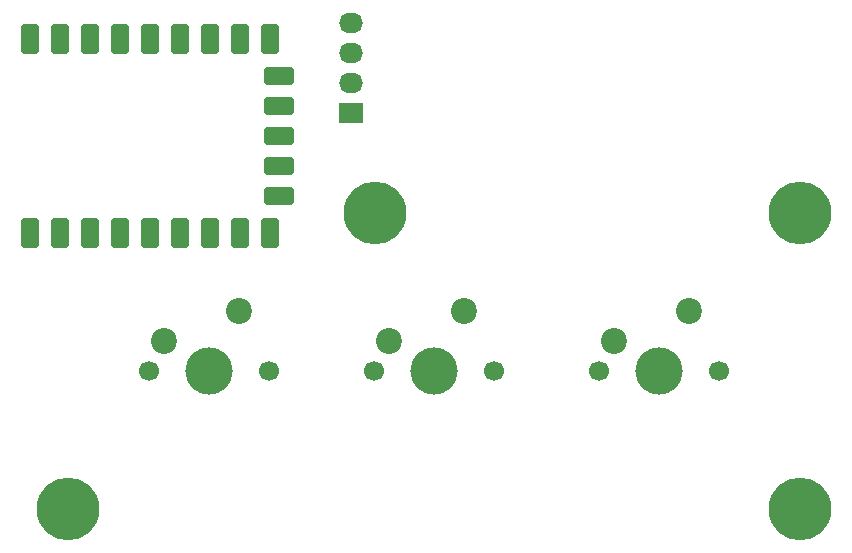
<source format=gbs>
G04 #@! TF.GenerationSoftware,KiCad,Pcbnew,8.0.8-8.0.8-0~ubuntu22.04.1*
G04 #@! TF.CreationDate,2025-02-26T16:06:35+08:00*
G04 #@! TF.ProjectId,macropad,6d616372-6f70-4616-942e-6b696361645f,rev?*
G04 #@! TF.SameCoordinates,Original*
G04 #@! TF.FileFunction,Soldermask,Bot*
G04 #@! TF.FilePolarity,Negative*
%FSLAX46Y46*%
G04 Gerber Fmt 4.6, Leading zero omitted, Abs format (unit mm)*
G04 Created by KiCad (PCBNEW 8.0.8-8.0.8-0~ubuntu22.04.1) date 2025-02-26 16:06:35*
%MOMM*%
%LPD*%
G01*
G04 APERTURE LIST*
G04 Aperture macros list*
%AMRoundRect*
0 Rectangle with rounded corners*
0 $1 Rounding radius*
0 $2 $3 $4 $5 $6 $7 $8 $9 X,Y pos of 4 corners*
0 Add a 4 corners polygon primitive as box body*
4,1,4,$2,$3,$4,$5,$6,$7,$8,$9,$2,$3,0*
0 Add four circle primitives for the rounded corners*
1,1,$1+$1,$2,$3*
1,1,$1+$1,$4,$5*
1,1,$1+$1,$6,$7*
1,1,$1+$1,$8,$9*
0 Add four rect primitives between the rounded corners*
20,1,$1+$1,$2,$3,$4,$5,0*
20,1,$1+$1,$4,$5,$6,$7,0*
20,1,$1+$1,$6,$7,$8,$9,0*
20,1,$1+$1,$8,$9,$2,$3,0*%
G04 Aperture macros list end*
%ADD10C,5.300000*%
%ADD11R,2.030000X1.730000*%
%ADD12O,2.030000X1.730000*%
%ADD13C,2.200000*%
%ADD14C,1.700000*%
%ADD15C,4.000000*%
%ADD16RoundRect,0.400000X0.400000X-0.900000X0.400000X0.900000X-0.400000X0.900000X-0.400000X-0.900000X0*%
%ADD17RoundRect,0.400050X0.400050X-0.899950X0.400050X0.899950X-0.400050X0.899950X-0.400050X-0.899950X0*%
%ADD18RoundRect,0.400000X0.900000X-0.400000X0.900000X0.400000X-0.900000X0.400000X-0.900000X-0.400000X0*%
%ADD19RoundRect,0.393700X0.906300X-0.393700X0.906300X0.393700X-0.906300X0.393700X-0.906300X-0.393700X0*%
G04 APERTURE END LIST*
D10*
X202000000Y-87000000D03*
X238000000Y-87000000D03*
X238000000Y-112000000D03*
X176000000Y-112000000D03*
D11*
X200000000Y-78540000D03*
D12*
X200000000Y-76000000D03*
X200000000Y-73460000D03*
X200000000Y-70920000D03*
D13*
X222250000Y-97790000D03*
X228600000Y-95250000D03*
D14*
X231140000Y-100330000D03*
D15*
X226060000Y-100330000D03*
D14*
X220980000Y-100330000D03*
D13*
X203200000Y-97790000D03*
X209550000Y-95250000D03*
D14*
X212090000Y-100330000D03*
D15*
X207010000Y-100330000D03*
D14*
X201930000Y-100330000D03*
X182880000Y-100330000D03*
D15*
X187960000Y-100330000D03*
D14*
X193040000Y-100330000D03*
D13*
X190500000Y-95250000D03*
X184150000Y-97790000D03*
D16*
X172765000Y-72240000D03*
X175305000Y-72240000D03*
X177845000Y-72240000D03*
X180385000Y-72240000D03*
X182925000Y-72240000D03*
D17*
X185465000Y-72240000D03*
X188005000Y-72240000D03*
X190545000Y-72240000D03*
X193085000Y-72240000D03*
D18*
X193895000Y-75380000D03*
D19*
X193895000Y-77920000D03*
X193895000Y-80460000D03*
X193895000Y-83000000D03*
X193895000Y-85540000D03*
D17*
X193085000Y-88680000D03*
X190545000Y-88680000D03*
X188005000Y-88680000D03*
X185465000Y-88680000D03*
X172765000Y-88680000D03*
X175305000Y-88680000D03*
X177845000Y-88680000D03*
X182925000Y-88680000D03*
X180385000Y-88680000D03*
M02*

</source>
